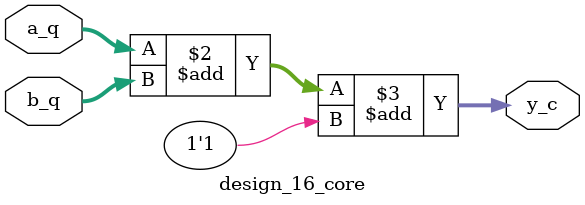
<source format=v>
module design_16_core #(
  parameter W = 10
)(
  input      [W-1:0] a_q,
  input      [W-1:0] b_q,
  output reg [W-1:0] y_c
);
  always @* begin
    y_c = a_q + b_q + 1'b1;
  end
endmodule

</source>
